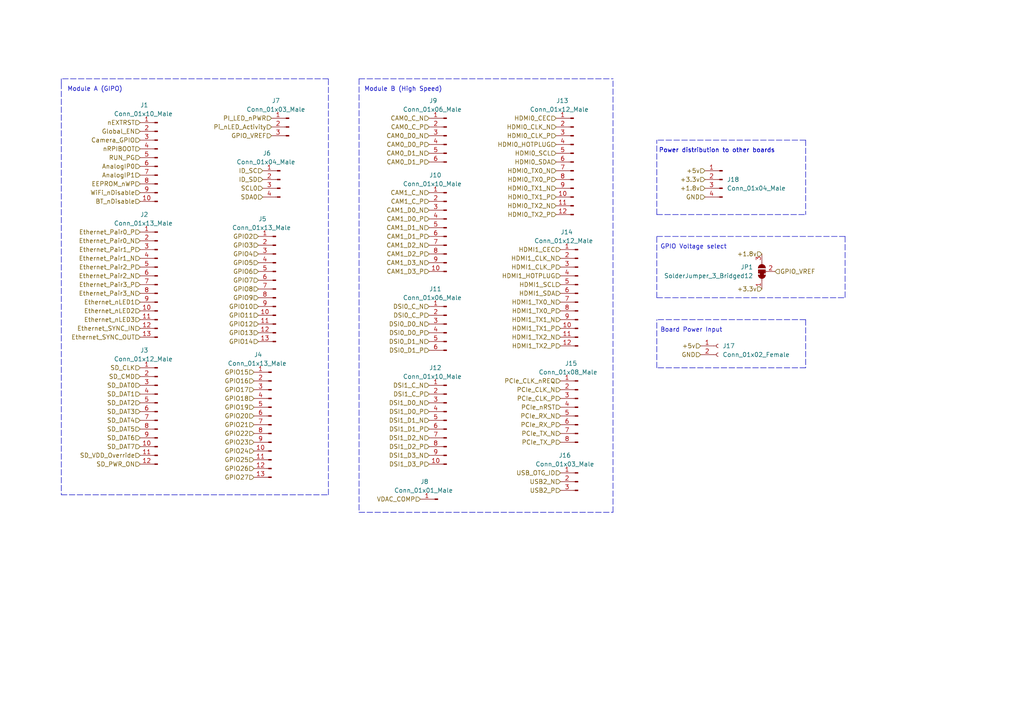
<source format=kicad_sch>
(kicad_sch (version 20201015) (generator eeschema)
  (paper "A4")
  (lib_symbols
    (symbol "Connector:Conn_01x01_Male" (pin_names (offset 1.016) hide)
      (property "Reference" "J" (at 0 2.54 0))
      (property "Value" "Conn_01x01_Male" (at 0 -2.54 0))
      (symbol "Conn_01x01_Male_1_1"
        (rectangle (start 0.8636 0.127) (end 0 -0.127) (stroke (width 0.1524)) (fill (type outline)))
        (polyline (pts (xy 1.27 0) (xy 0.8636 0)) (stroke (width 0.1524)))
        (pin passive line (at 5.08 0 180) (length 3.81) (name "Pin_1") (number "1"))
      )
    )
    (symbol "Connector:Conn_01x02_Female" (pin_names (offset 1.016) hide)
      (property "Reference" "J" (at 0 2.54 0))
      (property "Value" "Conn_01x02_Female" (at 0 -5.08 0))
      (symbol "Conn_01x02_Female_1_1"
        (arc (start 0 -2.032) (end 0 -3.048) (radius (at 0 -2.54) (length 0.508) (angles 90.1 -90.1)) (stroke (width 0.1524)))
        (arc (start 0 0.508) (end 0 -0.508) (radius (at 0 0) (length 0.508) (angles 90.1 -90.1)) (stroke (width 0.1524)))
        (polyline (pts (xy -1.27 -2.54) (xy -0.508 -2.54)) (stroke (width 0.1524)))
        (polyline (pts (xy -1.27 0) (xy -0.508 0)) (stroke (width 0.1524)))
        (pin passive line (at -5.08 0 0) (length 3.81) (name "Pin_1") (number "1"))
        (pin passive line (at -5.08 -2.54 0) (length 3.81) (name "Pin_2") (number "2"))
      )
    )
    (symbol "Connector:Conn_01x03_Male" (pin_names (offset 1.016) hide)
      (property "Reference" "J" (at 0 5.08 0))
      (property "Value" "Conn_01x03_Male" (at 0 -5.08 0))
      (symbol "Conn_01x03_Male_1_1"
        (rectangle (start 0.8636 -2.413) (end 0 -2.667) (stroke (width 0.1524)) (fill (type outline)))
        (rectangle (start 0.8636 0.127) (end 0 -0.127) (stroke (width 0.1524)) (fill (type outline)))
        (rectangle (start 0.8636 2.667) (end 0 2.413) (stroke (width 0.1524)) (fill (type outline)))
        (polyline (pts (xy 1.27 -2.54) (xy 0.8636 -2.54)) (stroke (width 0.1524)))
        (polyline (pts (xy 1.27 0) (xy 0.8636 0)) (stroke (width 0.1524)))
        (polyline (pts (xy 1.27 2.54) (xy 0.8636 2.54)) (stroke (width 0.1524)))
        (pin passive line (at 5.08 2.54 180) (length 3.81) (name "Pin_1") (number "1"))
        (pin passive line (at 5.08 0 180) (length 3.81) (name "Pin_2") (number "2"))
        (pin passive line (at 5.08 -2.54 180) (length 3.81) (name "Pin_3") (number "3"))
      )
    )
    (symbol "Connector:Conn_01x04_Male" (pin_names (offset 1.016) hide)
      (property "Reference" "J" (at 0 5.08 0))
      (property "Value" "Conn_01x04_Male" (at 0 -7.62 0))
      (symbol "Conn_01x04_Male_1_1"
        (rectangle (start 0.8636 -4.953) (end 0 -5.207) (stroke (width 0.1524)) (fill (type outline)))
        (rectangle (start 0.8636 -2.413) (end 0 -2.667) (stroke (width 0.1524)) (fill (type outline)))
        (rectangle (start 0.8636 0.127) (end 0 -0.127) (stroke (width 0.1524)) (fill (type outline)))
        (rectangle (start 0.8636 2.667) (end 0 2.413) (stroke (width 0.1524)) (fill (type outline)))
        (polyline (pts (xy 1.27 -5.08) (xy 0.8636 -5.08)) (stroke (width 0.1524)))
        (polyline (pts (xy 1.27 -2.54) (xy 0.8636 -2.54)) (stroke (width 0.1524)))
        (polyline (pts (xy 1.27 0) (xy 0.8636 0)) (stroke (width 0.1524)))
        (polyline (pts (xy 1.27 2.54) (xy 0.8636 2.54)) (stroke (width 0.1524)))
        (pin passive line (at 5.08 2.54 180) (length 3.81) (name "Pin_1") (number "1"))
        (pin passive line (at 5.08 0 180) (length 3.81) (name "Pin_2") (number "2"))
        (pin passive line (at 5.08 -2.54 180) (length 3.81) (name "Pin_3") (number "3"))
        (pin passive line (at 5.08 -5.08 180) (length 3.81) (name "Pin_4") (number "4"))
      )
    )
    (symbol "Connector:Conn_01x06_Male" (pin_names (offset 1.016) hide)
      (property "Reference" "J" (at 0 7.62 0))
      (property "Value" "Conn_01x06_Male" (at 0 -10.16 0))
      (symbol "Conn_01x06_Male_1_1"
        (rectangle (start 0.8636 -7.493) (end 0 -7.747) (stroke (width 0.1524)) (fill (type outline)))
        (rectangle (start 0.8636 -4.953) (end 0 -5.207) (stroke (width 0.1524)) (fill (type outline)))
        (rectangle (start 0.8636 -2.413) (end 0 -2.667) (stroke (width 0.1524)) (fill (type outline)))
        (rectangle (start 0.8636 0.127) (end 0 -0.127) (stroke (width 0.1524)) (fill (type outline)))
        (rectangle (start 0.8636 2.667) (end 0 2.413) (stroke (width 0.1524)) (fill (type outline)))
        (rectangle (start 0.8636 5.207) (end 0 4.953) (stroke (width 0.1524)) (fill (type outline)))
        (polyline (pts (xy 1.27 -7.62) (xy 0.8636 -7.62)) (stroke (width 0.1524)))
        (polyline (pts (xy 1.27 -5.08) (xy 0.8636 -5.08)) (stroke (width 0.1524)))
        (polyline (pts (xy 1.27 -2.54) (xy 0.8636 -2.54)) (stroke (width 0.1524)))
        (polyline (pts (xy 1.27 0) (xy 0.8636 0)) (stroke (width 0.1524)))
        (polyline (pts (xy 1.27 2.54) (xy 0.8636 2.54)) (stroke (width 0.1524)))
        (polyline (pts (xy 1.27 5.08) (xy 0.8636 5.08)) (stroke (width 0.1524)))
        (pin passive line (at 5.08 5.08 180) (length 3.81) (name "Pin_1") (number "1"))
        (pin passive line (at 5.08 2.54 180) (length 3.81) (name "Pin_2") (number "2"))
        (pin passive line (at 5.08 0 180) (length 3.81) (name "Pin_3") (number "3"))
        (pin passive line (at 5.08 -2.54 180) (length 3.81) (name "Pin_4") (number "4"))
        (pin passive line (at 5.08 -5.08 180) (length 3.81) (name "Pin_5") (number "5"))
        (pin passive line (at 5.08 -7.62 180) (length 3.81) (name "Pin_6") (number "6"))
      )
    )
    (symbol "Connector:Conn_01x08_Male" (pin_names (offset 1.016) hide)
      (property "Reference" "J" (at 0 10.16 0))
      (property "Value" "Conn_01x08_Male" (at 0 -12.7 0))
      (symbol "Conn_01x08_Male_1_1"
        (rectangle (start 0.8636 -10.033) (end 0 -10.287) (stroke (width 0.1524)) (fill (type outline)))
        (rectangle (start 0.8636 -7.493) (end 0 -7.747) (stroke (width 0.1524)) (fill (type outline)))
        (rectangle (start 0.8636 -4.953) (end 0 -5.207) (stroke (width 0.1524)) (fill (type outline)))
        (rectangle (start 0.8636 -2.413) (end 0 -2.667) (stroke (width 0.1524)) (fill (type outline)))
        (rectangle (start 0.8636 0.127) (end 0 -0.127) (stroke (width 0.1524)) (fill (type outline)))
        (rectangle (start 0.8636 2.667) (end 0 2.413) (stroke (width 0.1524)) (fill (type outline)))
        (rectangle (start 0.8636 5.207) (end 0 4.953) (stroke (width 0.1524)) (fill (type outline)))
        (rectangle (start 0.8636 7.747) (end 0 7.493) (stroke (width 0.1524)) (fill (type outline)))
        (polyline (pts (xy 1.27 -10.16) (xy 0.8636 -10.16)) (stroke (width 0.1524)))
        (polyline (pts (xy 1.27 -7.62) (xy 0.8636 -7.62)) (stroke (width 0.1524)))
        (polyline (pts (xy 1.27 -5.08) (xy 0.8636 -5.08)) (stroke (width 0.1524)))
        (polyline (pts (xy 1.27 -2.54) (xy 0.8636 -2.54)) (stroke (width 0.1524)))
        (polyline (pts (xy 1.27 0) (xy 0.8636 0)) (stroke (width 0.1524)))
        (polyline (pts (xy 1.27 2.54) (xy 0.8636 2.54)) (stroke (width 0.1524)))
        (polyline (pts (xy 1.27 5.08) (xy 0.8636 5.08)) (stroke (width 0.1524)))
        (polyline (pts (xy 1.27 7.62) (xy 0.8636 7.62)) (stroke (width 0.1524)))
        (pin passive line (at 5.08 7.62 180) (length 3.81) (name "Pin_1") (number "1"))
        (pin passive line (at 5.08 5.08 180) (length 3.81) (name "Pin_2") (number "2"))
        (pin passive line (at 5.08 2.54 180) (length 3.81) (name "Pin_3") (number "3"))
        (pin passive line (at 5.08 0 180) (length 3.81) (name "Pin_4") (number "4"))
        (pin passive line (at 5.08 -2.54 180) (length 3.81) (name "Pin_5") (number "5"))
        (pin passive line (at 5.08 -5.08 180) (length 3.81) (name "Pin_6") (number "6"))
        (pin passive line (at 5.08 -7.62 180) (length 3.81) (name "Pin_7") (number "7"))
        (pin passive line (at 5.08 -10.16 180) (length 3.81) (name "Pin_8") (number "8"))
      )
    )
    (symbol "Connector:Conn_01x10_Male" (pin_names (offset 1.016) hide)
      (property "Reference" "J" (at 0 12.7 0))
      (property "Value" "Conn_01x10_Male" (at 0 -15.24 0))
      (symbol "Conn_01x10_Male_1_1"
        (rectangle (start 0.8636 -12.573) (end 0 -12.827) (stroke (width 0.1524)) (fill (type outline)))
        (rectangle (start 0.8636 -10.033) (end 0 -10.287) (stroke (width 0.1524)) (fill (type outline)))
        (rectangle (start 0.8636 -7.493) (end 0 -7.747) (stroke (width 0.1524)) (fill (type outline)))
        (rectangle (start 0.8636 -4.953) (end 0 -5.207) (stroke (width 0.1524)) (fill (type outline)))
        (rectangle (start 0.8636 -2.413) (end 0 -2.667) (stroke (width 0.1524)) (fill (type outline)))
        (rectangle (start 0.8636 0.127) (end 0 -0.127) (stroke (width 0.1524)) (fill (type outline)))
        (rectangle (start 0.8636 2.667) (end 0 2.413) (stroke (width 0.1524)) (fill (type outline)))
        (rectangle (start 0.8636 5.207) (end 0 4.953) (stroke (width 0.1524)) (fill (type outline)))
        (rectangle (start 0.8636 7.747) (end 0 7.493) (stroke (width 0.1524)) (fill (type outline)))
        (rectangle (start 0.8636 10.287) (end 0 10.033) (stroke (width 0.1524)) (fill (type outline)))
        (polyline (pts (xy 1.27 -12.7) (xy 0.8636 -12.7)) (stroke (width 0.1524)))
        (polyline (pts (xy 1.27 -10.16) (xy 0.8636 -10.16)) (stroke (width 0.1524)))
        (polyline (pts (xy 1.27 -7.62) (xy 0.8636 -7.62)) (stroke (width 0.1524)))
        (polyline (pts (xy 1.27 -5.08) (xy 0.8636 -5.08)) (stroke (width 0.1524)))
        (polyline (pts (xy 1.27 -2.54) (xy 0.8636 -2.54)) (stroke (width 0.1524)))
        (polyline (pts (xy 1.27 0) (xy 0.8636 0)) (stroke (width 0.1524)))
        (polyline (pts (xy 1.27 2.54) (xy 0.8636 2.54)) (stroke (width 0.1524)))
        (polyline (pts (xy 1.27 5.08) (xy 0.8636 5.08)) (stroke (width 0.1524)))
        (polyline (pts (xy 1.27 7.62) (xy 0.8636 7.62)) (stroke (width 0.1524)))
        (polyline (pts (xy 1.27 10.16) (xy 0.8636 10.16)) (stroke (width 0.1524)))
        (pin passive line (at 5.08 10.16 180) (length 3.81) (name "Pin_1") (number "1"))
        (pin passive line (at 5.08 -12.7 180) (length 3.81) (name "Pin_10") (number "10"))
        (pin passive line (at 5.08 7.62 180) (length 3.81) (name "Pin_2") (number "2"))
        (pin passive line (at 5.08 5.08 180) (length 3.81) (name "Pin_3") (number "3"))
        (pin passive line (at 5.08 2.54 180) (length 3.81) (name "Pin_4") (number "4"))
        (pin passive line (at 5.08 0 180) (length 3.81) (name "Pin_5") (number "5"))
        (pin passive line (at 5.08 -2.54 180) (length 3.81) (name "Pin_6") (number "6"))
        (pin passive line (at 5.08 -5.08 180) (length 3.81) (name "Pin_7") (number "7"))
        (pin passive line (at 5.08 -7.62 180) (length 3.81) (name "Pin_8") (number "8"))
        (pin passive line (at 5.08 -10.16 180) (length 3.81) (name "Pin_9") (number "9"))
      )
    )
    (symbol "Connector:Conn_01x12_Male" (pin_names (offset 1.016) hide)
      (property "Reference" "J" (at 0 15.24 0))
      (property "Value" "Conn_01x12_Male" (at 0 -17.78 0))
      (symbol "Conn_01x12_Male_1_1"
        (rectangle (start 0.8636 -15.113) (end 0 -15.367) (stroke (width 0.1524)) (fill (type outline)))
        (rectangle (start 0.8636 -12.573) (end 0 -12.827) (stroke (width 0.1524)) (fill (type outline)))
        (rectangle (start 0.8636 -10.033) (end 0 -10.287) (stroke (width 0.1524)) (fill (type outline)))
        (rectangle (start 0.8636 -7.493) (end 0 -7.747) (stroke (width 0.1524)) (fill (type outline)))
        (rectangle (start 0.8636 -4.953) (end 0 -5.207) (stroke (width 0.1524)) (fill (type outline)))
        (rectangle (start 0.8636 -2.413) (end 0 -2.667) (stroke (width 0.1524)) (fill (type outline)))
        (rectangle (start 0.8636 0.127) (end 0 -0.127) (stroke (width 0.1524)) (fill (type outline)))
        (rectangle (start 0.8636 2.667) (end 0 2.413) (stroke (width 0.1524)) (fill (type outline)))
        (rectangle (start 0.8636 5.207) (end 0 4.953) (stroke (width 0.1524)) (fill (type outline)))
        (rectangle (start 0.8636 7.747) (end 0 7.493) (stroke (width 0.1524)) (fill (type outline)))
        (rectangle (start 0.8636 10.287) (end 0 10.033) (stroke (width 0.1524)) (fill (type outline)))
        (rectangle (start 0.8636 12.827) (end 0 12.573) (stroke (width 0.1524)) (fill (type outline)))
        (polyline (pts (xy 1.27 -15.24) (xy 0.8636 -15.24)) (stroke (width 0.1524)))
        (polyline (pts (xy 1.27 -12.7) (xy 0.8636 -12.7)) (stroke (width 0.1524)))
        (polyline (pts (xy 1.27 -10.16) (xy 0.8636 -10.16)) (stroke (width 0.1524)))
        (polyline (pts (xy 1.27 -7.62) (xy 0.8636 -7.62)) (stroke (width 0.1524)))
        (polyline (pts (xy 1.27 -5.08) (xy 0.8636 -5.08)) (stroke (width 0.1524)))
        (polyline (pts (xy 1.27 -2.54) (xy 0.8636 -2.54)) (stroke (width 0.1524)))
        (polyline (pts (xy 1.27 0) (xy 0.8636 0)) (stroke (width 0.1524)))
        (polyline (pts (xy 1.27 2.54) (xy 0.8636 2.54)) (stroke (width 0.1524)))
        (polyline (pts (xy 1.27 5.08) (xy 0.8636 5.08)) (stroke (width 0.1524)))
        (polyline (pts (xy 1.27 7.62) (xy 0.8636 7.62)) (stroke (width 0.1524)))
        (polyline (pts (xy 1.27 10.16) (xy 0.8636 10.16)) (stroke (width 0.1524)))
        (polyline (pts (xy 1.27 12.7) (xy 0.8636 12.7)) (stroke (width 0.1524)))
        (pin passive line (at 5.08 12.7 180) (length 3.81) (name "Pin_1") (number "1"))
        (pin passive line (at 5.08 -10.16 180) (length 3.81) (name "Pin_10") (number "10"))
        (pin passive line (at 5.08 -12.7 180) (length 3.81) (name "Pin_11") (number "11"))
        (pin passive line (at 5.08 -15.24 180) (length 3.81) (name "Pin_12") (number "12"))
        (pin passive line (at 5.08 10.16 180) (length 3.81) (name "Pin_2") (number "2"))
        (pin passive line (at 5.08 7.62 180) (length 3.81) (name "Pin_3") (number "3"))
        (pin passive line (at 5.08 5.08 180) (length 3.81) (name "Pin_4") (number "4"))
        (pin passive line (at 5.08 2.54 180) (length 3.81) (name "Pin_5") (number "5"))
        (pin passive line (at 5.08 0 180) (length 3.81) (name "Pin_6") (number "6"))
        (pin passive line (at 5.08 -2.54 180) (length 3.81) (name "Pin_7") (number "7"))
        (pin passive line (at 5.08 -5.08 180) (length 3.81) (name "Pin_8") (number "8"))
        (pin passive line (at 5.08 -7.62 180) (length 3.81) (name "Pin_9") (number "9"))
      )
    )
    (symbol "Connector:Conn_01x13_Male" (pin_names (offset 1.016) hide)
      (property "Reference" "J" (at 0 17.78 0))
      (property "Value" "Conn_01x13_Male" (at 0 -17.78 0))
      (symbol "Conn_01x13_Male_1_1"
        (rectangle (start 0.8636 -15.113) (end 0 -15.367) (stroke (width 0.1524)) (fill (type outline)))
        (rectangle (start 0.8636 -12.573) (end 0 -12.827) (stroke (width 0.1524)) (fill (type outline)))
        (rectangle (start 0.8636 -10.033) (end 0 -10.287) (stroke (width 0.1524)) (fill (type outline)))
        (rectangle (start 0.8636 -7.493) (end 0 -7.747) (stroke (width 0.1524)) (fill (type outline)))
        (rectangle (start 0.8636 -4.953) (end 0 -5.207) (stroke (width 0.1524)) (fill (type outline)))
        (rectangle (start 0.8636 -2.413) (end 0 -2.667) (stroke (width 0.1524)) (fill (type outline)))
        (rectangle (start 0.8636 0.127) (end 0 -0.127) (stroke (width 0.1524)) (fill (type outline)))
        (rectangle (start 0.8636 2.667) (end 0 2.413) (stroke (width 0.1524)) (fill (type outline)))
        (rectangle (start 0.8636 5.207) (end 0 4.953) (stroke (width 0.1524)) (fill (type outline)))
        (rectangle (start 0.8636 7.747) (end 0 7.493) (stroke (width 0.1524)) (fill (type outline)))
        (rectangle (start 0.8636 10.287) (end 0 10.033) (stroke (width 0.1524)) (fill (type outline)))
        (rectangle (start 0.8636 12.827) (end 0 12.573) (stroke (width 0.1524)) (fill (type outline)))
        (rectangle (start 0.8636 15.367) (end 0 15.113) (stroke (width 0.1524)) (fill (type outline)))
        (polyline (pts (xy 1.27 -15.24) (xy 0.8636 -15.24)) (stroke (width 0.1524)))
        (polyline (pts (xy 1.27 -12.7) (xy 0.8636 -12.7)) (stroke (width 0.1524)))
        (polyline (pts (xy 1.27 -10.16) (xy 0.8636 -10.16)) (stroke (width 0.1524)))
        (polyline (pts (xy 1.27 -7.62) (xy 0.8636 -7.62)) (stroke (width 0.1524)))
        (polyline (pts (xy 1.27 -5.08) (xy 0.8636 -5.08)) (stroke (width 0.1524)))
        (polyline (pts (xy 1.27 -2.54) (xy 0.8636 -2.54)) (stroke (width 0.1524)))
        (polyline (pts (xy 1.27 0) (xy 0.8636 0)) (stroke (width 0.1524)))
        (polyline (pts (xy 1.27 2.54) (xy 0.8636 2.54)) (stroke (width 0.1524)))
        (polyline (pts (xy 1.27 5.08) (xy 0.8636 5.08)) (stroke (width 0.1524)))
        (polyline (pts (xy 1.27 7.62) (xy 0.8636 7.62)) (stroke (width 0.1524)))
        (polyline (pts (xy 1.27 10.16) (xy 0.8636 10.16)) (stroke (width 0.1524)))
        (polyline (pts (xy 1.27 12.7) (xy 0.8636 12.7)) (stroke (width 0.1524)))
        (polyline (pts (xy 1.27 15.24) (xy 0.8636 15.24)) (stroke (width 0.1524)))
        (pin passive line (at 5.08 15.24 180) (length 3.81) (name "Pin_1") (number "1"))
        (pin passive line (at 5.08 -7.62 180) (length 3.81) (name "Pin_10") (number "10"))
        (pin passive line (at 5.08 -10.16 180) (length 3.81) (name "Pin_11") (number "11"))
        (pin passive line (at 5.08 -12.7 180) (length 3.81) (name "Pin_12") (number "12"))
        (pin passive line (at 5.08 -15.24 180) (length 3.81) (name "Pin_13") (number "13"))
        (pin passive line (at 5.08 12.7 180) (length 3.81) (name "Pin_2") (number "2"))
        (pin passive line (at 5.08 10.16 180) (length 3.81) (name "Pin_3") (number "3"))
        (pin passive line (at 5.08 7.62 180) (length 3.81) (name "Pin_4") (number "4"))
        (pin passive line (at 5.08 5.08 180) (length 3.81) (name "Pin_5") (number "5"))
        (pin passive line (at 5.08 2.54 180) (length 3.81) (name "Pin_6") (number "6"))
        (pin passive line (at 5.08 0 180) (length 3.81) (name "Pin_7") (number "7"))
        (pin passive line (at 5.08 -2.54 180) (length 3.81) (name "Pin_8") (number "8"))
        (pin passive line (at 5.08 -5.08 180) (length 3.81) (name "Pin_9") (number "9"))
      )
    )
    (symbol "Jumper:SolderJumper_3_Bridged12" (pin_names (offset 0) hide)
      (property "Reference" "JP" (at -2.54 -2.54 0))
      (property "Value" "SolderJumper_3_Bridged12" (at 0 2.794 0))
      (symbol "SolderJumper_3_Bridged12_0_1"
        (arc (start -1.016 1.016) (end -1.016 -1.016) (radius (at -1.016 0) (length 1.016) (angles 90.1 -90.1)))
        (arc (start -1.016 1.016) (end -1.016 -1.016) (radius (at -1.016 0) (length 1.016) (angles 90.1 -90.1)) (fill (type outline)))
        (arc (start 1.016 -1.016) (end 1.016 1.016) (radius (at 1.016 0) (length 1.016) (angles -89.9 89.9)))
        (arc (start 1.016 -1.016) (end 1.016 1.016) (radius (at 1.016 0) (length 1.016) (angles -89.9 89.9)) (fill (type outline)))
        (rectangle (start -1.016 0.508) (end -0.508 -0.508) (fill (type outline)))
        (rectangle (start -0.508 1.016) (end 0.508 -1.016) (fill (type outline)))
        (polyline (pts (xy -2.54 0) (xy -2.032 0)))
        (polyline (pts (xy -1.016 1.016) (xy -1.016 -1.016)))
        (polyline (pts (xy 0 -1.27) (xy 0 -1.016)))
        (polyline (pts (xy 1.016 1.016) (xy 1.016 -1.016)))
        (polyline (pts (xy 2.54 0) (xy 2.032 0)))
      )
      (symbol "SolderJumper_3_Bridged12_1_1"
        (pin passive line (at -5.08 0 0) (length 2.54) (name "A") (number "1"))
        (pin input line (at 0 -3.81 90) (length 2.54) (name "C") (number "2"))
        (pin passive line (at 5.08 0 180) (length 2.54) (name "B") (number "3"))
      )
    )
  )
  (polyline (pts (xy 17.78 22.86) (xy 17.78 24.13)) (stroke (width 0) (type dash)))
  (polyline (pts (xy 17.78 24.13) (xy 17.78 143.51)) (stroke (width 0) (type dash)))
  (polyline (pts (xy 17.78 143.51) (xy 95.25 143.51)) (stroke (width 0) (type dash)))
  (polyline (pts (xy 95.25 22.86) (xy 17.78 22.86)) (stroke (width 0) (type dash)))
  (polyline (pts (xy 95.25 143.51) (xy 95.25 22.86)) (stroke (width 0) (type dash)))
  (polyline (pts (xy 104.14 22.86) (xy 104.14 148.59)) (stroke (width 0) (type dash)))
  (polyline (pts (xy 104.14 22.86) (xy 177.8 22.86)) (stroke (width 0) (type dash)))
  (polyline (pts (xy 104.14 148.59) (xy 177.8 148.59)) (stroke (width 0) (type dash)))
  (polyline (pts (xy 177.8 148.59) (xy 177.8 22.86)) (stroke (width 0) (type dash)))
  (polyline (pts (xy 190.5 62.23) (xy 190.5 40.64)) (stroke (width 0) (type dash)))
  (polyline (pts (xy 190.5 62.23) (xy 233.68 62.23)) (stroke (width 0) (type dash)))
  (polyline (pts (xy 190.5 68.58) (xy 228.6 68.58)) (stroke (width 0) (type dash)))
  (polyline (pts (xy 190.5 86.36) (xy 190.5 68.58)) (stroke (width 0) (type dash)))
  (polyline (pts (xy 190.5 86.36) (xy 245.11 86.36)) (stroke (width 0) (type dash)))
  (polyline (pts (xy 190.5 106.68) (xy 190.5 92.71)) (stroke (width 0) (type dash)))
  (polyline (pts (xy 233.68 40.64) (xy 190.5 40.64)) (stroke (width 0) (type dash)))
  (polyline (pts (xy 233.68 40.64) (xy 233.68 62.23)) (stroke (width 0) (type dash)))
  (polyline (pts (xy 233.68 92.71) (xy 190.5 92.71)) (stroke (width 0) (type dash)))
  (polyline (pts (xy 233.68 92.71) (xy 233.68 106.68)) (stroke (width 0) (type dash)))
  (polyline (pts (xy 233.68 106.68) (xy 190.5 106.68)) (stroke (width 0) (type dash)))
  (polyline (pts (xy 245.11 68.58) (xy 228.6 68.58)) (stroke (width 0) (type dash)))
  (polyline (pts (xy 245.11 68.58) (xy 245.11 86.36)) (stroke (width 0) (type dash)))
  (text "Module A (GIPO)" (at 35.56 26.67 180) (effects (font (size 1.27 1.27)) (justify right bottom)))
  (text "Module B (High Speed)" (at 128.27 26.67 180) (effects (font (size 1.27 1.27)) (justify right bottom)))
  (text "Board Power Input" (at 209.55 96.52 180) (effects (font (size 1.27 1.27)) (justify right bottom)))
  (text "GPIO Voltage select\n" (at 210.82 72.39 180) (effects (font (size 1.27 1.27)) (justify right bottom)))
  (text "Power distribution to other boards" (at 224.79 44.45 180) (effects (font (size 1.27 1.27)) (justify right bottom)))
  (text "Power distribution to other boards" (at 224.79 44.45 180) (effects (font (size 1.27 1.27)) (justify right bottom)))
  (hierarchical_label "nEXTRST" (shape input) (at 40.64 35.56 180))
  (hierarchical_label "Global_EN" (shape input) (at 40.64 38.1 180))
  (hierarchical_label "Camera_GPIO" (shape input) (at 40.64 40.64 180))
  (hierarchical_label "nRPIBOOT" (shape input) (at 40.64 43.18 180))
  (hierarchical_label "RUN_PG" (shape input) (at 40.64 45.72 180))
  (hierarchical_label "AnalogIP0" (shape input) (at 40.64 48.26 180))
  (hierarchical_label "AnalogIP1" (shape input) (at 40.64 50.8 180))
  (hierarchical_label "EEPROM_nWP" (shape input) (at 40.64 53.34 180))
  (hierarchical_label "WiFi_nDisable" (shape input) (at 40.64 55.88 180))
  (hierarchical_label "BT_nDisable" (shape input) (at 40.64 58.42 180))
  (hierarchical_label "Ethernet_Pair0_P" (shape input) (at 40.64 67.31 180))
  (hierarchical_label "Ethernet_Pair0_N" (shape input) (at 40.64 69.85 180))
  (hierarchical_label "Ethernet_Pair1_P" (shape input) (at 40.64 72.39 180))
  (hierarchical_label "Ethernet_Pair1_N" (shape input) (at 40.64 74.93 180))
  (hierarchical_label "Ethernet_Pair2_P" (shape input) (at 40.64 77.47 180))
  (hierarchical_label "Ethernet_Pair2_N" (shape input) (at 40.64 80.01 180))
  (hierarchical_label "Ethernet_Pair3_P" (shape input) (at 40.64 82.55 180))
  (hierarchical_label "Ethernet_Pair3_N" (shape input) (at 40.64 85.09 180))
  (hierarchical_label "Ethernet_nLED1" (shape input) (at 40.64 87.63 180))
  (hierarchical_label "Ethernet_nLED2" (shape input) (at 40.64 90.17 180))
  (hierarchical_label "Ethernet_nLED3" (shape input) (at 40.64 92.71 180))
  (hierarchical_label "Ethernet_SYNC_IN" (shape input) (at 40.64 95.25 180))
  (hierarchical_label "Ethernet_SYNC_OUT" (shape input) (at 40.64 97.79 180))
  (hierarchical_label "SD_CLK" (shape input) (at 40.64 106.68 180))
  (hierarchical_label "SD_CMD" (shape input) (at 40.64 109.22 180))
  (hierarchical_label "SD_DAT0" (shape input) (at 40.64 111.76 180))
  (hierarchical_label "SD_DAT1" (shape input) (at 40.64 114.3 180))
  (hierarchical_label "SD_DAT2" (shape input) (at 40.64 116.84 180))
  (hierarchical_label "SD_DAT3" (shape input) (at 40.64 119.38 180))
  (hierarchical_label "SD_DAT4" (shape input) (at 40.64 121.92 180))
  (hierarchical_label "SD_DAT5" (shape input) (at 40.64 124.46 180))
  (hierarchical_label "SD_DAT6" (shape input) (at 40.64 127 180))
  (hierarchical_label "SD_DAT7" (shape input) (at 40.64 129.54 180))
  (hierarchical_label "SD_VDD_Override" (shape input) (at 40.64 132.08 180))
  (hierarchical_label "SD_PWR_ON" (shape input) (at 40.64 134.62 180))
  (hierarchical_label "GPIO15" (shape input) (at 73.66 107.95 180))
  (hierarchical_label "GPIO16" (shape input) (at 73.66 110.49 180))
  (hierarchical_label "GPIO17" (shape input) (at 73.66 113.03 180))
  (hierarchical_label "GPIO18" (shape input) (at 73.66 115.57 180))
  (hierarchical_label "GPIO19" (shape input) (at 73.66 118.11 180))
  (hierarchical_label "GPIO20" (shape input) (at 73.66 120.65 180))
  (hierarchical_label "GPIO21" (shape input) (at 73.66 123.19 180))
  (hierarchical_label "GPIO22" (shape input) (at 73.66 125.73 180))
  (hierarchical_label "GPIO23" (shape input) (at 73.66 128.27 180))
  (hierarchical_label "GPIO24" (shape input) (at 73.66 130.81 180))
  (hierarchical_label "GPIO25" (shape input) (at 73.66 133.35 180))
  (hierarchical_label "GPIO26" (shape input) (at 73.66 135.89 180))
  (hierarchical_label "GPIO27" (shape input) (at 73.66 138.43 180))
  (hierarchical_label "GPIO2" (shape input) (at 74.93 68.58 180))
  (hierarchical_label "GPIO3" (shape input) (at 74.93 71.12 180))
  (hierarchical_label "GPIO4" (shape input) (at 74.93 73.66 180))
  (hierarchical_label "GPIO5" (shape input) (at 74.93 76.2 180))
  (hierarchical_label "GPIO6" (shape input) (at 74.93 78.74 180))
  (hierarchical_label "GPIO7" (shape input) (at 74.93 81.28 180))
  (hierarchical_label "GPIO8" (shape input) (at 74.93 83.82 180))
  (hierarchical_label "GPIO9" (shape input) (at 74.93 86.36 180))
  (hierarchical_label "GPIO10" (shape input) (at 74.93 88.9 180))
  (hierarchical_label "GPIO11" (shape input) (at 74.93 91.44 180))
  (hierarchical_label "GPIO12" (shape input) (at 74.93 93.98 180))
  (hierarchical_label "GPIO13" (shape input) (at 74.93 96.52 180))
  (hierarchical_label "GPIO14" (shape input) (at 74.93 99.06 180))
  (hierarchical_label "ID_SC" (shape input) (at 76.2 49.53 180))
  (hierarchical_label "ID_SD" (shape input) (at 76.2 52.07 180))
  (hierarchical_label "SCL0" (shape input) (at 76.2 54.61 180))
  (hierarchical_label "SDA0" (shape input) (at 76.2 57.15 180))
  (hierarchical_label "PI_LED_nPWR" (shape input) (at 78.74 34.29 180))
  (hierarchical_label "Pi_nLED_Activity" (shape input) (at 78.74 36.83 180))
  (hierarchical_label "GPIO_VREF" (shape input) (at 78.74 39.37 180))
  (hierarchical_label "VDAC_COMP" (shape input) (at 121.92 144.78 180))
  (hierarchical_label "CAM0_C_N" (shape input) (at 124.46 34.29 180))
  (hierarchical_label "CAM0_C_P" (shape input) (at 124.46 36.83 180))
  (hierarchical_label "CAM0_D0_N" (shape input) (at 124.46 39.37 180))
  (hierarchical_label "CAM0_D0_P" (shape input) (at 124.46 41.91 180))
  (hierarchical_label "CAM0_D1_N" (shape input) (at 124.46 44.45 180))
  (hierarchical_label "CAM0_D1_P" (shape input) (at 124.46 46.99 180))
  (hierarchical_label "CAM1_C_N" (shape input) (at 124.46 55.88 180))
  (hierarchical_label "CAM1_C_P" (shape input) (at 124.46 58.42 180))
  (hierarchical_label "CAM1_D0_N" (shape input) (at 124.46 60.96 180))
  (hierarchical_label "CAM1_D0_P" (shape input) (at 124.46 63.5 180))
  (hierarchical_label "CAM1_D1_N" (shape input) (at 124.46 66.04 180))
  (hierarchical_label "CAM1_D1_P" (shape input) (at 124.46 68.58 180))
  (hierarchical_label "CAM1_D2_N" (shape input) (at 124.46 71.12 180))
  (hierarchical_label "CAM1_D2_P" (shape input) (at 124.46 73.66 180))
  (hierarchical_label "CAM1_D3_N" (shape input) (at 124.46 76.2 180))
  (hierarchical_label "CAM1_D3_P" (shape input) (at 124.46 78.74 180))
  (hierarchical_label "DSI0_C_N" (shape input) (at 124.46 88.9 180))
  (hierarchical_label "DSI0_C_P" (shape input) (at 124.46 91.44 180))
  (hierarchical_label "DSI0_D0_N" (shape input) (at 124.46 93.98 180))
  (hierarchical_label "DSI0_D0_P" (shape input) (at 124.46 96.52 180))
  (hierarchical_label "DSI0_D1_N" (shape input) (at 124.46 99.06 180))
  (hierarchical_label "DSI0_D1_P" (shape input) (at 124.46 101.6 180))
  (hierarchical_label "DSI1_C_N" (shape input) (at 124.46 111.76 180))
  (hierarchical_label "DSI1_C_P" (shape input) (at 124.46 114.3 180))
  (hierarchical_label "DSI1_D0_N" (shape input) (at 124.46 116.84 180))
  (hierarchical_label "DSI1_D0_P" (shape input) (at 124.46 119.38 180))
  (hierarchical_label "DSI1_D1_N" (shape input) (at 124.46 121.92 180))
  (hierarchical_label "DSI1_D1_P" (shape input) (at 124.46 124.46 180))
  (hierarchical_label "DSI1_D2_N" (shape input) (at 124.46 127 180))
  (hierarchical_label "DSI1_D2_P" (shape input) (at 124.46 129.54 180))
  (hierarchical_label "DSI1_D3_N" (shape input) (at 124.46 132.08 180))
  (hierarchical_label "DSI1_D3_P" (shape input) (at 124.46 134.62 180))
  (hierarchical_label "HDMI0_CEC" (shape input) (at 161.29 34.29 180))
  (hierarchical_label "HDMI0_CLK_N" (shape input) (at 161.29 36.83 180))
  (hierarchical_label "HDMI0_CLK_P" (shape input) (at 161.29 39.37 180))
  (hierarchical_label "HDMI0_HOTPLUG" (shape input) (at 161.29 41.91 180))
  (hierarchical_label "HDMI0_SCL" (shape input) (at 161.29 44.45 180))
  (hierarchical_label "HDMI0_SDA" (shape input) (at 161.29 46.99 180))
  (hierarchical_label "HDMI0_TX0_N" (shape input) (at 161.29 49.53 180))
  (hierarchical_label "HDMI0_TX0_P" (shape input) (at 161.29 52.07 180))
  (hierarchical_label "HDMI0_TX1_N" (shape input) (at 161.29 54.61 180))
  (hierarchical_label "HDMI0_TX1_P" (shape input) (at 161.29 57.15 180))
  (hierarchical_label "HDMI0_TX2_N" (shape input) (at 161.29 59.69 180))
  (hierarchical_label "HDMI0_TX2_P" (shape input) (at 161.29 62.23 180))
  (hierarchical_label "HDMI1_CEC" (shape input) (at 162.56 72.39 180))
  (hierarchical_label "HDMI1_CLK_N" (shape input) (at 162.56 74.93 180))
  (hierarchical_label "HDMI1_CLK_P" (shape input) (at 162.56 77.47 180))
  (hierarchical_label "HDMI1_HOTPLUG" (shape input) (at 162.56 80.01 180))
  (hierarchical_label "HDMI1_SCL" (shape input) (at 162.56 82.55 180))
  (hierarchical_label "HDMI1_SDA" (shape input) (at 162.56 85.09 180))
  (hierarchical_label "HDMI1_TX0_N" (shape input) (at 162.56 87.63 180))
  (hierarchical_label "HDMI1_TX0_P" (shape input) (at 162.56 90.17 180))
  (hierarchical_label "HDMI1_TX1_N" (shape input) (at 162.56 92.71 180))
  (hierarchical_label "HDMI1_TX1_P" (shape input) (at 162.56 95.25 180))
  (hierarchical_label "HDMI1_TX2_N" (shape input) (at 162.56 97.79 180))
  (hierarchical_label "HDMI1_TX2_P" (shape input) (at 162.56 100.33 180))
  (hierarchical_label "PCIe_CLK_nREQ" (shape input) (at 162.56 110.49 180))
  (hierarchical_label "PCIe_CLK_N" (shape input) (at 162.56 113.03 180))
  (hierarchical_label "PCIe_CLK_P" (shape input) (at 162.56 115.57 180))
  (hierarchical_label "PCIe_nRST" (shape input) (at 162.56 118.11 180))
  (hierarchical_label "PCIe_RX_N" (shape input) (at 162.56 120.65 180))
  (hierarchical_label "PCIe_RX_P" (shape input) (at 162.56 123.19 180))
  (hierarchical_label "PCIe_TX_N" (shape input) (at 162.56 125.73 180))
  (hierarchical_label "PCIe_TX_P" (shape input) (at 162.56 128.27 180))
  (hierarchical_label "USB_OTG_ID" (shape input) (at 162.56 137.16 180))
  (hierarchical_label "USB2_N" (shape input) (at 162.56 139.7 180))
  (hierarchical_label "USB2_P" (shape input) (at 162.56 142.24 180))
  (hierarchical_label "+5v" (shape input) (at 203.2 100.33 180))
  (hierarchical_label "GND" (shape input) (at 203.2 102.87 180))
  (hierarchical_label "+5v" (shape input) (at 204.47 49.53 180))
  (hierarchical_label "+3.3v" (shape input) (at 204.47 52.07 180))
  (hierarchical_label "+1.8v" (shape input) (at 204.47 54.61 180))
  (hierarchical_label "GND" (shape input) (at 204.47 57.15 180))
  (hierarchical_label "+1.8v" (shape input) (at 220.98 73.66 180))
  (hierarchical_label "+3.3v" (shape input) (at 220.98 83.82 180))
  (hierarchical_label "GPIO_VREF" (shape input) (at 224.79 78.74 0))
  (symbol (lib_id "Connector:Conn_01x01_Male") (at 127 144.78 180) (unit 1)
    (property "Reference" "J8" (at 121.92 139.7 0) (effects (justify right)))
    (property "Value" "Conn_01x01_Male" (at 114.3 142.24 0) (effects (justify right)))
    (property "Footprint" "Connector_PinHeader_2.54mm:PinHeader_1x01_P2.54mm_Vertical" (effects hide))
  )
  (symbol (lib_id "Connector:Conn_01x02_Female") (at 208.28 100.33 0) (unit 1)
    (property "Reference" "J17" (at 209.55 100.33 0) (effects (justify left)))
    (property "Value" "Conn_01x02_Female" (at 209.55 102.87 0) (effects (justify left)))
    (property "Footprint" "Connector_PinHeader_2.54mm:PinHeader_1x02_P2.54mm_Vertical" (effects hide))
  )
  (symbol (lib_id "Connector:Conn_01x03_Male") (at 83.82 36.83 0) (mirror y) (unit 1)
    (property "Reference" "J7" (at 80.01 29.21 0))
    (property "Value" "Conn_01x03_Male" (at 80.01 31.75 0))
    (property "Footprint" "Connector_PinHeader_2.54mm:PinHeader_1x03_P2.54mm_Vertical" (effects hide))
  )
  (symbol (lib_id "Connector:Conn_01x03_Male") (at 167.64 139.7 0) (mirror y) (unit 1)
    (property "Reference" "J16" (at 163.83 132.08 0))
    (property "Value" "Conn_01x03_Male" (at 163.83 134.62 0))
    (property "Footprint" "Connector_PinHeader_2.54mm:PinHeader_1x03_P2.54mm_Vertical" (effects hide))
  )
  (symbol (lib_id "Connector:Conn_01x04_Male") (at 81.28 52.07 0) (mirror y) (unit 1)
    (property "Reference" "J6" (at 76.2 44.45 0) (effects (justify right)))
    (property "Value" "Conn_01x04_Male" (at 68.58 46.99 0) (effects (justify right)))
    (property "Footprint" "Connector_PinHeader_2.54mm:PinHeader_1x04_P2.54mm_Vertical" (effects hide))
  )
  (symbol (lib_id "Connector:Conn_01x04_Male") (at 209.55 52.07 0) (mirror y) (unit 1)
    (property "Reference" "J18" (at 210.82 52.07 0) (effects (justify right)))
    (property "Value" "Conn_01x04_Male" (at 210.82 54.61 0) (effects (justify right)))
    (property "Footprint" "Connector_PinHeader_2.54mm:PinHeader_1x04_P2.54mm_Vertical" (effects hide))
  )
  (symbol (lib_id "Jumper:SolderJumper_3_Bridged12") (at 220.98 78.74 90) (unit 1)
    (property "Reference" "JP1" (at 218.44 77.47 90) (effects (justify left)))
    (property "Value" "SolderJumper_3_Bridged12" (at 218.44 80.01 90) (effects (justify left)))
    (property "Footprint" "Jumper:SolderJumper-3_P1.3mm_Bridged12_RoundedPad1.0x1.5mm" (effects hide))
  )
  (symbol (lib_id "Connector:Conn_01x06_Male") (at 129.54 39.37 0) (mirror y) (unit 1)
    (property "Reference" "J9" (at 124.46 29.21 0) (effects (justify right)))
    (property "Value" "Conn_01x06_Male" (at 116.84 31.75 0) (effects (justify right)))
    (property "Footprint" "Connector_PinHeader_2.54mm:PinHeader_1x06_P2.54mm_Vertical" (effects hide))
  )
  (symbol (lib_id "Connector:Conn_01x06_Male") (at 129.54 93.98 0) (mirror y) (unit 1)
    (property "Reference" "J11" (at 124.46 83.82 0) (effects (justify right)))
    (property "Value" "Conn_01x06_Male" (at 116.84 86.36 0) (effects (justify right)))
    (property "Footprint" "Connector_PinHeader_2.54mm:PinHeader_1x06_P2.54mm_Vertical" (effects hide))
  )
  (symbol (lib_id "Connector:Conn_01x08_Male") (at 167.64 118.11 0) (mirror y) (unit 1)
    (property "Reference" "J15" (at 163.83 105.41 0) (effects (justify right)))
    (property "Value" "Conn_01x08_Male" (at 156.21 107.95 0) (effects (justify right)))
    (property "Footprint" "Connector_PinHeader_2.54mm:PinHeader_1x08_P2.54mm_Vertical" (effects hide))
  )
  (symbol (lib_id "Connector:Conn_01x10_Male") (at 45.72 45.72 0) (mirror y) (unit 1)
    (property "Reference" "J1" (at 40.64 30.48 0) (effects (justify right)))
    (property "Value" "Conn_01x10_Male" (at 33.02 33.02 0) (effects (justify right)))
    (property "Footprint" "Connector_PinHeader_2.54mm:PinHeader_1x10_P2.54mm_Vertical" (effects hide))
  )
  (symbol (lib_id "Connector:Conn_01x10_Male") (at 129.54 66.04 0) (mirror y) (unit 1)
    (property "Reference" "J10" (at 124.46 50.8 0) (effects (justify right)))
    (property "Value" "Conn_01x10_Male" (at 116.84 53.34 0) (effects (justify right)))
    (property "Footprint" "Connector_PinHeader_2.54mm:PinHeader_1x10_P2.54mm_Vertical" (effects hide))
  )
  (symbol (lib_id "Connector:Conn_01x10_Male") (at 129.54 121.92 0) (mirror y) (unit 1)
    (property "Reference" "J12" (at 124.46 106.68 0) (effects (justify right)))
    (property "Value" "Conn_01x10_Male" (at 116.84 109.22 0) (effects (justify right)))
    (property "Footprint" "Connector_PinHeader_2.54mm:PinHeader_1x10_P2.54mm_Vertical" (effects hide))
  )
  (symbol (lib_id "Connector:Conn_01x12_Male") (at 45.72 119.38 0) (mirror y) (unit 1)
    (property "Reference" "J3" (at 40.64 101.6 0) (effects (justify right)))
    (property "Value" "Conn_01x12_Male" (at 33.02 104.14 0) (effects (justify right)))
    (property "Footprint" "Connector_PinHeader_2.54mm:PinHeader_1x12_P2.54mm_Vertical" (effects hide))
  )
  (symbol (lib_id "Connector:Conn_01x12_Male") (at 166.37 46.99 0) (mirror y) (unit 1)
    (property "Reference" "J13" (at 161.29 29.21 0) (effects (justify right)))
    (property "Value" "Conn_01x12_Male" (at 153.67 31.75 0) (effects (justify right)))
    (property "Footprint" "Connector_PinHeader_2.54mm:PinHeader_1x12_P2.54mm_Vertical" (effects hide))
  )
  (symbol (lib_id "Connector:Conn_01x12_Male") (at 167.64 85.09 0) (mirror y) (unit 1)
    (property "Reference" "J14" (at 162.56 67.31 0) (effects (justify right)))
    (property "Value" "Conn_01x12_Male" (at 154.94 69.85 0) (effects (justify right)))
    (property "Footprint" "Connector_PinHeader_2.54mm:PinHeader_1x12_P2.54mm_Vertical" (effects hide))
  )
  (symbol (lib_id "Connector:Conn_01x13_Male") (at 45.72 82.55 0) (mirror y) (unit 1)
    (property "Reference" "J2" (at 40.64 62.23 0) (effects (justify right)))
    (property "Value" "Conn_01x13_Male" (at 33.02 64.77 0) (effects (justify right)))
    (property "Footprint" "Connector_PinHeader_2.54mm:PinHeader_1x13_P2.54mm_Vertical" (effects hide))
  )
  (symbol (lib_id "Connector:Conn_01x13_Male") (at 78.74 123.19 0) (mirror y) (unit 1)
    (property "Reference" "J4" (at 73.66 102.87 0) (effects (justify right)))
    (property "Value" "Conn_01x13_Male" (at 66.04 105.41 0) (effects (justify right)))
    (property "Footprint" "Connector_PinHeader_2.54mm:PinHeader_1x13_P2.54mm_Vertical" (effects hide))
  )
  (symbol (lib_id "Connector:Conn_01x13_Male") (at 80.01 83.82 0) (mirror y) (unit 1)
    (property "Reference" "J5" (at 74.93 63.5 0) (effects (justify right)))
    (property "Value" "Conn_01x13_Male" (at 67.31 66.04 0) (effects (justify right)))
    (property "Footprint" "Connector_PinHeader_2.54mm:PinHeader_1x13_P2.54mm_Vertical" (effects hide))
  )
)
</source>
